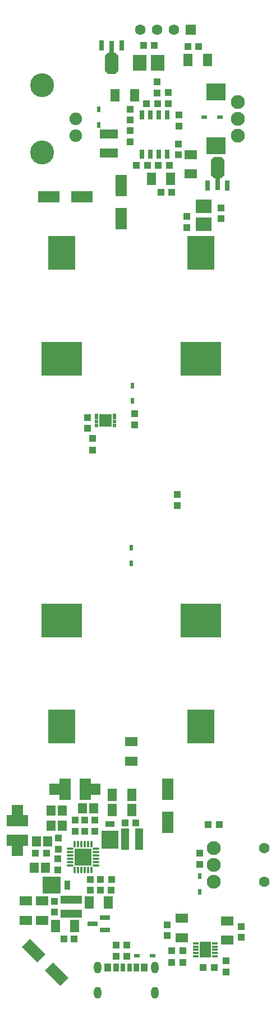
<source format=gts>
G04*
G04 #@! TF.GenerationSoftware,Altium Limited,Altium Designer,20.2.7 (254)*
G04*
G04 Layer_Color=8388736*
%FSLAX44Y44*%
%MOMM*%
G71*
G04*
G04 #@! TF.SameCoordinates,09A48B07-2891-40CF-AB4D-50A5A77D63B2*
G04*
G04*
G04 #@! TF.FilePolarity,Negative*
G04*
G01*
G75*
G04:AMPARAMS|DCode=61|XSize=0.2mm|YSize=0.2mm|CornerRadius=0.05mm|HoleSize=0mm|Usage=FLASHONLY|Rotation=165.000|XOffset=0mm|YOffset=0mm|HoleType=Round|Shape=RoundedRectangle|*
%AMROUNDEDRECTD61*
21,1,0.2000,0.1000,0,0,165.0*
21,1,0.1000,0.2000,0,0,165.0*
1,1,0.1000,-0.0354,0.0612*
1,1,0.1000,0.0612,0.0354*
1,1,0.1000,0.0354,-0.0612*
1,1,0.1000,-0.0612,-0.0354*
%
%ADD61ROUNDEDRECTD61*%
%ADD62R,1.1016X1.0016*%
%ADD63R,1.3716X0.8636*%
%ADD64R,2.6416X2.7686*%
%ADD65R,1.4016X1.9016*%
%ADD66R,1.1016X1.1016*%
%ADD67R,1.4016X1.6016*%
%ADD68R,1.7016X3.3016*%
%ADD69R,1.0016X1.1016*%
%ADD70R,0.5016X0.9516*%
%ADD71R,1.1016X1.1016*%
%ADD72R,1.6016X0.7016*%
G04:AMPARAMS|DCode=73|XSize=1.7016mm|YSize=3.3016mm|CornerRadius=0mm|HoleSize=0mm|Usage=FLASHONLY|Rotation=45.000|XOffset=0mm|YOffset=0mm|HoleType=Round|Shape=Rectangle|*
%AMROTATEDRECTD73*
4,1,4,0.5657,-1.7689,-1.7689,0.5657,-0.5657,1.7689,1.7689,-0.5657,0.5657,-1.7689,0.0*
%
%ADD73ROTATEDRECTD73*%

%ADD74R,1.9016X1.4016*%
%ADD75R,0.9516X0.5016*%
%ADD76R,2.0516X2.4016*%
%ADD77R,0.7016X1.4016*%
%ADD78R,2.8016X1.4016*%
%ADD79R,3.3016X1.7016*%
G04:AMPARAMS|DCode=80|XSize=2.0016mm|YSize=3.3016mm|CornerRadius=0mm|HoleSize=0mm|Usage=FLASHONLY|Rotation=180.000|XOffset=0mm|YOffset=0mm|HoleType=Round|Shape=Octagon|*
%AMOCTAGOND80*
4,1,8,0.5004,-1.6508,-0.5004,-1.6508,-1.0008,-1.1504,-1.0008,1.1504,-0.5004,1.6508,0.5004,1.6508,1.0008,1.1504,1.0008,-1.1504,0.5004,-1.6508,0.0*
%
%ADD80OCTAGOND80*%

%ADD81R,0.7016X1.5016*%
%ADD82R,0.7016X1.9016*%
%ADD83R,0.6016X0.5016*%
%ADD84R,0.6016X0.8516*%
%ADD85R,1.9016X1.9016*%
%ADD86R,1.2016X3.3016*%
%ADD87R,3.3016X1.2016*%
%ADD88R,1.0016X1.2516*%
%ADD89R,0.9016X1.2516*%
%ADD90R,0.8016X1.2516*%
%ADD91R,0.8636X1.3716*%
%ADD92R,2.7686X2.6416*%
%ADD93R,2.4016X2.0516*%
%ADD94R,2.5516X2.5516*%
%ADD95O,1.0516X0.3516*%
%ADD96O,0.3516X1.0516*%
%ADD97R,1.6816X2.4416*%
%ADD98R,0.9516X0.3516*%
%ADD99C,3.6016*%
%ADD100C,1.9016*%
%ADD101C,1.6016*%
%ADD102C,2.1016*%
%ADD103R,3.0016X2.6016*%
%ADD104R,6.1016X5.1016*%
%ADD105R,4.1016X5.1016*%
%ADD106R,1.6016X1.6016*%
%ADD107O,1.1016X1.8016*%
%ADD108C,0.7874*%
%ADD109C,0.6096*%
G36*
X53500Y266000D02*
Y249000D01*
X46000D01*
Y234000D01*
X29000D01*
Y249000D01*
X21500D01*
Y266000D01*
X53500D01*
D02*
G37*
G36*
X29000Y296000D02*
Y311000D01*
X46000D01*
Y296000D01*
X53500D01*
Y279000D01*
X21500D01*
Y296000D01*
X29000D01*
D02*
G37*
G36*
X101500Y326500D02*
X86500D01*
Y343500D01*
X101500D01*
Y351000D01*
X118500D01*
Y319000D01*
X101500D01*
Y326500D01*
D02*
G37*
G36*
X131500Y351000D02*
X148500D01*
Y343500D01*
X163500D01*
Y326500D01*
X148500D01*
Y319000D01*
X131500D01*
Y351000D01*
D02*
G37*
D61*
X121400Y244750D02*
D03*
X125263Y243715D02*
D03*
D62*
X139750Y288000D02*
D03*
Y271000D02*
D03*
X154750Y271000D02*
D03*
Y288000D02*
D03*
X124750Y288000D02*
D03*
Y271000D02*
D03*
X313250Y221500D02*
D03*
Y238500D02*
D03*
X98750Y230000D02*
D03*
Y213000D02*
D03*
X249000Y1403230D02*
D03*
Y1386230D02*
D03*
X282000Y1353500D02*
D03*
Y1336500D02*
D03*
X208000Y1329500D02*
D03*
Y1312500D02*
D03*
X279000Y780500D02*
D03*
Y763500D02*
D03*
X215000Y885500D02*
D03*
Y902500D02*
D03*
X151000Y847500D02*
D03*
Y864500D02*
D03*
X186790Y99630D02*
D03*
Y82630D02*
D03*
X203300Y99630D02*
D03*
Y82630D02*
D03*
X352500Y59000D02*
D03*
Y76000D02*
D03*
X293250Y1183500D02*
D03*
Y1200500D02*
D03*
X266000Y1387500D02*
D03*
Y1370500D02*
D03*
X99750Y244000D02*
D03*
Y261000D02*
D03*
D63*
X177750Y281995D02*
D03*
D64*
Y258500D02*
D03*
D65*
X210250Y326500D02*
D03*
X181250D02*
D03*
X210250Y303500D02*
D03*
X181250D02*
D03*
X146250Y163500D02*
D03*
X175250D02*
D03*
X95250Y128500D02*
D03*
X124250D02*
D03*
X324500Y1436000D02*
D03*
X295500D02*
D03*
X214500Y1383000D02*
D03*
X185500D02*
D03*
X239850Y1257000D02*
D03*
X268850D02*
D03*
D66*
X216750Y284500D02*
D03*
X200750D02*
D03*
X163500Y182500D02*
D03*
X179500D02*
D03*
X107750Y108500D02*
D03*
X123750D02*
D03*
X311000Y1457000D02*
D03*
X295000D02*
D03*
X244000Y1458000D02*
D03*
X228000D02*
D03*
X254350Y1237000D02*
D03*
X270350D02*
D03*
D67*
X136250Y306500D02*
D03*
X153250D02*
D03*
X88250Y302500D02*
D03*
X105250D02*
D03*
X88250Y279500D02*
D03*
X105250D02*
D03*
X80250Y216500D02*
D03*
X63250D02*
D03*
X66250Y256500D02*
D03*
X83250D02*
D03*
D68*
X265000Y285000D02*
D03*
Y335000D02*
D03*
X194250Y1247074D02*
D03*
Y1197074D02*
D03*
D69*
X325750Y281500D02*
D03*
X342750D02*
D03*
X180000Y198250D02*
D03*
X163000D02*
D03*
X65250Y238500D02*
D03*
X82250D02*
D03*
X232500Y1370500D02*
D03*
X249500D02*
D03*
X217450Y1277000D02*
D03*
X234450D02*
D03*
X267500D02*
D03*
X250500D02*
D03*
X334990Y65730D02*
D03*
X317990D02*
D03*
X271000Y91130D02*
D03*
X288000D02*
D03*
X271000Y73350D02*
D03*
X288000D02*
D03*
D70*
X312750Y203750D02*
D03*
Y180250D02*
D03*
X160250Y1338573D02*
D03*
Y1362074D02*
D03*
X211000Y944750D02*
D03*
Y921250D02*
D03*
X210000Y676250D02*
D03*
Y699750D02*
D03*
D71*
X148000Y182750D02*
D03*
Y198750D02*
D03*
X93750Y149500D02*
D03*
Y165500D02*
D03*
X280500Y1309250D02*
D03*
Y1293250D02*
D03*
X208000Y1345500D02*
D03*
Y1361500D02*
D03*
X144000Y896000D02*
D03*
Y880000D02*
D03*
X376020Y127070D02*
D03*
Y111070D02*
D03*
X264260Y129610D02*
D03*
Y113610D02*
D03*
X345250Y1196500D02*
D03*
Y1212500D02*
D03*
D72*
X170250Y122000D02*
D03*
Y141000D02*
D03*
X151250Y131500D02*
D03*
D73*
X62072Y90928D02*
D03*
X97428Y55572D02*
D03*
D74*
X74750Y137000D02*
D03*
Y166000D02*
D03*
X50750Y137000D02*
D03*
Y166000D02*
D03*
X299750Y1293500D02*
D03*
Y1264500D02*
D03*
X210000Y377500D02*
D03*
Y406500D02*
D03*
X354430Y136110D02*
D03*
Y107110D02*
D03*
X285850Y139920D02*
D03*
Y110920D02*
D03*
D75*
X319595Y1350323D02*
D03*
X343095D02*
D03*
X218220Y83510D02*
D03*
X241720D02*
D03*
D76*
X249750Y1432000D02*
D03*
X222250D02*
D03*
D77*
X264050Y1353500D02*
D03*
X251350D02*
D03*
X238650D02*
D03*
X225950D02*
D03*
X264050Y1294500D02*
D03*
X251350D02*
D03*
X238650D02*
D03*
X225950D02*
D03*
D78*
X176250Y1295500D02*
D03*
Y1324500D02*
D03*
D79*
X85000Y1229956D02*
D03*
X135000D02*
D03*
D80*
X339750Y1274000D02*
D03*
X180000Y1431000D02*
D03*
D81*
X354750Y1247000D02*
D03*
X324750D02*
D03*
X165000Y1458000D02*
D03*
X195000D02*
D03*
D82*
X339750Y1249000D02*
D03*
X180000Y1456000D02*
D03*
D83*
X184500Y884300D02*
D03*
Y890300D02*
D03*
X157500Y884300D02*
D03*
Y890300D02*
D03*
D84*
Y898050D02*
D03*
X184500D02*
D03*
D85*
X171000Y892000D02*
D03*
D86*
X200250Y259500D02*
D03*
X221250D02*
D03*
D87*
X118750Y147000D02*
D03*
Y168000D02*
D03*
D88*
X229450Y65730D02*
D03*
X174450D02*
D03*
D89*
X217150D02*
D03*
X186750D02*
D03*
D90*
X196950D02*
D03*
X206950D02*
D03*
D91*
X113245Y190500D02*
D03*
D92*
X89750D02*
D03*
D93*
X319000Y1215750D02*
D03*
Y1188250D02*
D03*
D94*
X136750Y232500D02*
D03*
D95*
X117000Y220000D02*
D03*
Y225000D02*
D03*
Y230000D02*
D03*
Y235000D02*
D03*
Y240000D02*
D03*
Y245000D02*
D03*
X156500D02*
D03*
Y240000D02*
D03*
Y235000D02*
D03*
Y230000D02*
D03*
Y225000D02*
D03*
Y220000D02*
D03*
D96*
X124250Y252250D02*
D03*
X129250D02*
D03*
X134250D02*
D03*
X139250D02*
D03*
X144250D02*
D03*
X149250D02*
D03*
Y212750D02*
D03*
X144250D02*
D03*
X139250D02*
D03*
X134250D02*
D03*
X129250D02*
D03*
X124250D02*
D03*
D97*
X321410Y92400D02*
D03*
D98*
X335560Y82400D02*
D03*
Y87400D02*
D03*
Y92400D02*
D03*
Y97400D02*
D03*
Y102400D02*
D03*
X307260Y82400D02*
D03*
Y87400D02*
D03*
Y92400D02*
D03*
Y97400D02*
D03*
Y102400D02*
D03*
D99*
X74750Y1296700D02*
D03*
Y1398300D02*
D03*
D100*
X125550Y1347500D02*
D03*
Y1322100D02*
D03*
D101*
X410000Y246390D02*
D03*
Y195590D02*
D03*
X223200Y1482000D02*
D03*
X248600D02*
D03*
X274000D02*
D03*
D102*
X333800Y195590D02*
D03*
Y220990D02*
D03*
Y246390D02*
D03*
X370220Y1322500D02*
D03*
Y1347500D02*
D03*
Y1372500D02*
D03*
D103*
X337220Y1388500D02*
D03*
Y1306500D02*
D03*
D104*
X315000Y590000D02*
D03*
Y985000D02*
D03*
X105000Y590000D02*
D03*
Y985000D02*
D03*
D105*
X315000Y430000D02*
D03*
Y1145000D02*
D03*
X105000Y430000D02*
D03*
Y1145000D02*
D03*
D106*
X299400Y1482000D02*
D03*
D107*
X245150Y27730D02*
D03*
X158770Y27630D02*
D03*
X245150Y65730D02*
D03*
X158750D02*
D03*
D108*
X142250Y238000D02*
D03*
Y227000D02*
D03*
X131250Y238000D02*
D03*
Y227000D02*
D03*
X171000Y893000D02*
D03*
D109*
X325220Y84780D02*
D03*
X317600Y89860D02*
D03*
X325220Y94940D02*
D03*
X317600Y100020D02*
D03*
M02*

</source>
